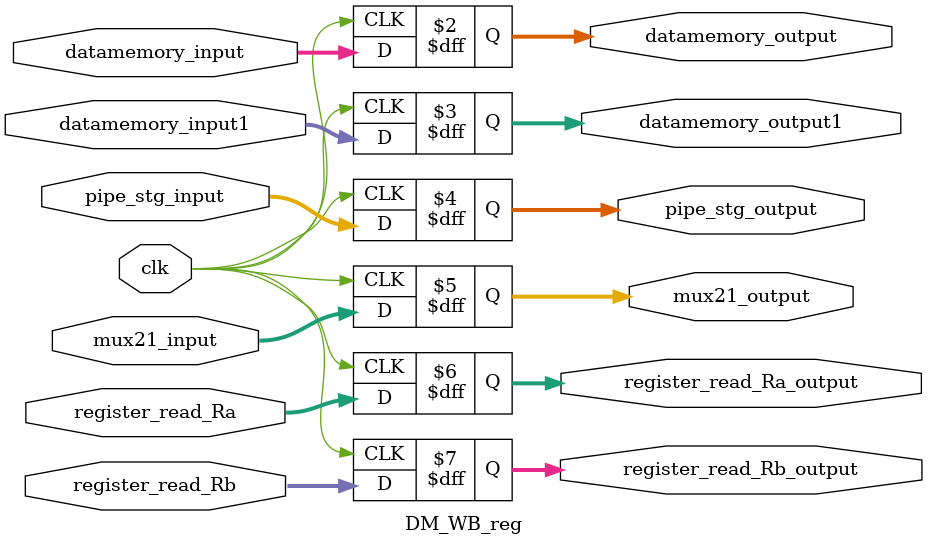
<source format=v>
module DM_WB_reg( 
   input wire clk,
   input wire [7:0] datamemory_input,
	input wire [7:0] datamemory_input1,
	input wire [7:0] mux21_input,
	input wire [3:0] pipe_stg_input,
	input wire [1:0] register_read_Ra,
  	input wire [1:0] register_read_Rb,
	output reg [7:0] datamemory_output,
	output reg [7:0] datamemory_output1,
   output reg [3:0] pipe_stg_output,
	output reg [7:0] mux21_output,   
	output reg [1:0] register_read_Ra_output,
  	output reg [1:0] register_read_Rb_output);
	
always @ (posedge clk)
begin
datamemory_output [7:0] <= datamemory_input [7:0];
datamemory_output1 [7:0] <= datamemory_input1 [7:0];
mux21_output [7:0] <= mux21_input [7:0];
pipe_stg_output [3:0] <= pipe_stg_input[3:0];
register_read_Ra_output [1:0] <= register_read_Ra [1:0];
register_read_Rb_output [1:0] <= register_read_Rb [1:0];
end
endmodule
	
</source>
